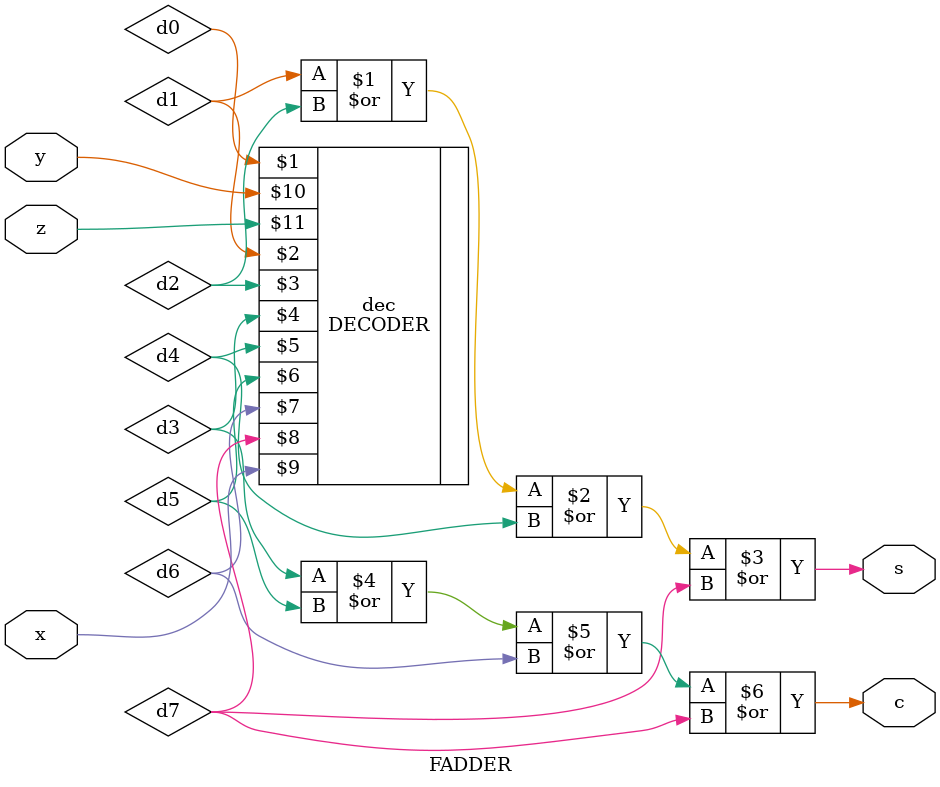
<source format=v>
`include "DECODER.v"

module FADDER(s,c,x,y,z);
 input x,y,z; 
 wire d0,d1,d2,d3,d4,d5,d6,d7; 
 output s,c; 
 
 DECODER dec(d0,d1,d2,d3,d4,d5,d6,d7,x,y,z); 
 
 assign s = d1 | d2 | d4 | d7,        
		c = d3 | d5 | d6 | d7;  
 
endmodule 
</source>
